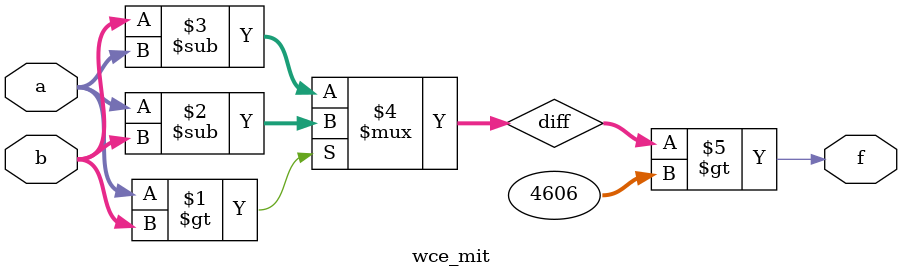
<source format=v>
module wce_mit(a, b, f);
parameter _bit = 18;
parameter wce = 4606;
input [_bit - 1: 0] a;
input [_bit - 1: 0] b;
output f;
wire [_bit - 1: 0] diff;
assign diff = (a > b)? (a - b): (b - a);
assign f = (diff > wce);
endmodule

</source>
